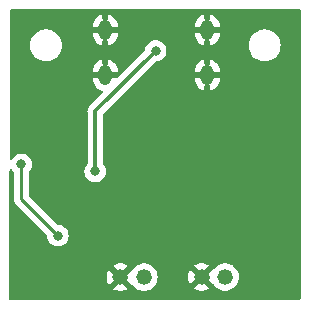
<source format=gbr>
%TF.GenerationSoftware,KiCad,Pcbnew,7.0.10-1.fc38*%
%TF.CreationDate,2024-02-18T19:40:33+00:00*%
%TF.ProjectId,usbc_power_supply_2,75736263-5f70-46f7-9765-725f73757070,rev?*%
%TF.SameCoordinates,Original*%
%TF.FileFunction,Copper,L2,Bot*%
%TF.FilePolarity,Positive*%
%FSLAX46Y46*%
G04 Gerber Fmt 4.6, Leading zero omitted, Abs format (unit mm)*
G04 Created by KiCad (PCBNEW 7.0.10-1.fc38) date 2024-02-18 19:40:33*
%MOMM*%
%LPD*%
G01*
G04 APERTURE LIST*
%TA.AperFunction,ComponentPad*%
%ADD10C,1.320800*%
%TD*%
%TA.AperFunction,ComponentPad*%
%ADD11O,1.117600X1.701800*%
%TD*%
%TA.AperFunction,ComponentPad*%
%ADD12C,0.762000*%
%TD*%
%TA.AperFunction,ViaPad*%
%ADD13C,0.800000*%
%TD*%
%TA.AperFunction,Conductor*%
%ADD14C,0.300000*%
%TD*%
%TA.AperFunction,Conductor*%
%ADD15C,0.250000*%
%TD*%
G04 APERTURE END LIST*
D10*
%TO.P,J2,1,1*%
%TO.N,/Out+*%
X118406601Y-122845100D03*
%TO.P,J2,2,2*%
%TO.N,GND*%
X116406599Y-122845100D03*
%TD*%
%TO.P,J3,2,2*%
%TO.N,GND*%
X109526599Y-122875100D03*
%TO.P,J3,1,1*%
%TO.N,+BATT*%
X111526601Y-122875100D03*
%TD*%
D11*
%TO.P,J1,10,PAD*%
%TO.N,GND*%
X108250000Y-101950000D03*
%TO.P,J1,9,PAD*%
X108250000Y-105750000D03*
%TO.P,J1,7,PAD*%
X116890004Y-105750000D03*
%TO.P,J1,8,PAD*%
X116890004Y-101950000D03*
D12*
%TO.P,J1,13*%
%TO.N,N/C*%
X116890004Y-101950000D03*
%TD*%
D13*
%TO.N,GND*%
X108550000Y-121020000D03*
X116420000Y-118590000D03*
X102720000Y-123630000D03*
X101270000Y-123800000D03*
%TO.N,VBUS*%
X107400000Y-113920000D03*
X112530000Y-103710000D03*
%TO.N,GND*%
X102280000Y-115660000D03*
X103230000Y-114210000D03*
X113190000Y-115630000D03*
X123770000Y-108800000D03*
%TO.N,Net-(U2-PG)*%
X101150000Y-113330000D03*
X104240000Y-119350000D03*
%TO.N,GND*%
X110640000Y-111660000D03*
X114430000Y-111600000D03*
X109830000Y-104110000D03*
X115310000Y-104010000D03*
%TD*%
D14*
%TO.N,VBUS*%
X112530000Y-103710000D02*
X107400000Y-108840000D01*
X107400000Y-108840000D02*
X107400000Y-113920000D01*
D15*
%TO.N,Net-(U2-PG)*%
X101150000Y-113330000D02*
X101150000Y-116260000D01*
X101150000Y-116260000D02*
X104240000Y-119350000D01*
%TD*%
%TA.AperFunction,Conductor*%
%TO.N,GND*%
G36*
X124706203Y-100189798D02*
G01*
X124773209Y-100209592D01*
X124818878Y-100262470D01*
X124830000Y-100313798D01*
X124830000Y-124646250D01*
X124810315Y-124713289D01*
X124757511Y-124759044D01*
X124706251Y-124770250D01*
X100214857Y-124819747D01*
X100147777Y-124800198D01*
X100101916Y-124747486D01*
X100090607Y-124695144D01*
X100093814Y-124036000D01*
X100099461Y-122875100D01*
X108361228Y-122875100D01*
X108381070Y-123089231D01*
X108439924Y-123296084D01*
X108535781Y-123488589D01*
X108546009Y-123502134D01*
X108546010Y-123502135D01*
X109123051Y-122925094D01*
X109135272Y-123002250D01*
X109193716Y-123116954D01*
X109284745Y-123207983D01*
X109399449Y-123266427D01*
X109476604Y-123278647D01*
X108902035Y-123853214D01*
X109007144Y-123918295D01*
X109007150Y-123918297D01*
X109207682Y-123995983D01*
X109419074Y-124035500D01*
X109634124Y-124035500D01*
X109845515Y-123995983D01*
X109845516Y-123995983D01*
X110046047Y-123918297D01*
X110046048Y-123918297D01*
X110151161Y-123853214D01*
X109576594Y-123278647D01*
X109653749Y-123266427D01*
X109768453Y-123207983D01*
X109859482Y-123116954D01*
X109917926Y-123002250D01*
X109930146Y-122925094D01*
X110518580Y-123513528D01*
X110544683Y-123519264D01*
X110583981Y-123553244D01*
X110665012Y-123660546D01*
X110665015Y-123660549D01*
X110824003Y-123805485D01*
X110824005Y-123805486D01*
X110824006Y-123805487D01*
X111006927Y-123918747D01*
X111207545Y-123996467D01*
X111419028Y-124036000D01*
X111419030Y-124036000D01*
X111634172Y-124036000D01*
X111634174Y-124036000D01*
X111845657Y-123996467D01*
X112046275Y-123918747D01*
X112229196Y-123805487D01*
X112388192Y-123660544D01*
X112517846Y-123488853D01*
X112613745Y-123296262D01*
X112672623Y-123089329D01*
X112692474Y-122875100D01*
X112689694Y-122845100D01*
X115241228Y-122845100D01*
X115261070Y-123059231D01*
X115319924Y-123266084D01*
X115415781Y-123458589D01*
X115426009Y-123472134D01*
X115426010Y-123472135D01*
X116003051Y-122895094D01*
X116015272Y-122972250D01*
X116073716Y-123086954D01*
X116164745Y-123177983D01*
X116279449Y-123236427D01*
X116356604Y-123248647D01*
X115782035Y-123823214D01*
X115887144Y-123888295D01*
X115887150Y-123888297D01*
X116087682Y-123965983D01*
X116299074Y-124005500D01*
X116514124Y-124005500D01*
X116725515Y-123965983D01*
X116725516Y-123965983D01*
X116926047Y-123888297D01*
X116926048Y-123888297D01*
X117031161Y-123823214D01*
X116456594Y-123248647D01*
X116533749Y-123236427D01*
X116648453Y-123177983D01*
X116739482Y-123086954D01*
X116797926Y-122972250D01*
X116810146Y-122895094D01*
X117398580Y-123483528D01*
X117424683Y-123489264D01*
X117463981Y-123523244D01*
X117545012Y-123630546D01*
X117545015Y-123630549D01*
X117704003Y-123775485D01*
X117704005Y-123775486D01*
X117704006Y-123775487D01*
X117886927Y-123888747D01*
X118087545Y-123966467D01*
X118299028Y-124006000D01*
X118299030Y-124006000D01*
X118514172Y-124006000D01*
X118514174Y-124006000D01*
X118725657Y-123966467D01*
X118926275Y-123888747D01*
X119109196Y-123775487D01*
X119268192Y-123630544D01*
X119397846Y-123458853D01*
X119493745Y-123266262D01*
X119552623Y-123059329D01*
X119572474Y-122845100D01*
X119552623Y-122630871D01*
X119493745Y-122423938D01*
X119397846Y-122231347D01*
X119268192Y-122059656D01*
X119268188Y-122059652D01*
X119268186Y-122059650D01*
X119109198Y-121914714D01*
X119032111Y-121866984D01*
X118926275Y-121801453D01*
X118725657Y-121723733D01*
X118514174Y-121684200D01*
X118299028Y-121684200D01*
X118087545Y-121723733D01*
X117960676Y-121772882D01*
X117886929Y-121801452D01*
X117886928Y-121801452D01*
X117704003Y-121914714D01*
X117545015Y-122059650D01*
X117545012Y-122059653D01*
X117463983Y-122166954D01*
X117407874Y-122208590D01*
X117394793Y-122210456D01*
X116810146Y-122795104D01*
X116797926Y-122717950D01*
X116739482Y-122603246D01*
X116648453Y-122512217D01*
X116533749Y-122453773D01*
X116456594Y-122441552D01*
X117031161Y-121866984D01*
X116926046Y-121801901D01*
X116725515Y-121724216D01*
X116514124Y-121684700D01*
X116299074Y-121684700D01*
X116087682Y-121724216D01*
X116087681Y-121724216D01*
X115887150Y-121801902D01*
X115887147Y-121801903D01*
X115782035Y-121866984D01*
X116356604Y-122441552D01*
X116279449Y-122453773D01*
X116164745Y-122512217D01*
X116073716Y-122603246D01*
X116015272Y-122717950D01*
X116003051Y-122795105D01*
X115426010Y-122218064D01*
X115415778Y-122231615D01*
X115319924Y-122424115D01*
X115261070Y-122630968D01*
X115241228Y-122845100D01*
X112689694Y-122845100D01*
X112672623Y-122660871D01*
X112613745Y-122453938D01*
X112606157Y-122438700D01*
X112517849Y-122261353D01*
X112517848Y-122261352D01*
X112517846Y-122261347D01*
X112388192Y-122089656D01*
X112388188Y-122089652D01*
X112388186Y-122089650D01*
X112229198Y-121944714D01*
X112103659Y-121866984D01*
X112046275Y-121831453D01*
X111845657Y-121753733D01*
X111634174Y-121714200D01*
X111419028Y-121714200D01*
X111207545Y-121753733D01*
X111084368Y-121801452D01*
X111006929Y-121831452D01*
X111006928Y-121831452D01*
X110824003Y-121944714D01*
X110665015Y-122089650D01*
X110665012Y-122089653D01*
X110583983Y-122196954D01*
X110527874Y-122238590D01*
X110514793Y-122240456D01*
X109930146Y-122825104D01*
X109917926Y-122747950D01*
X109859482Y-122633246D01*
X109768453Y-122542217D01*
X109653749Y-122483773D01*
X109576594Y-122471552D01*
X110151161Y-121896984D01*
X110046046Y-121831901D01*
X109845515Y-121754216D01*
X109634124Y-121714700D01*
X109419074Y-121714700D01*
X109207682Y-121754216D01*
X109207681Y-121754216D01*
X109007150Y-121831902D01*
X109007147Y-121831903D01*
X108902035Y-121896984D01*
X109476604Y-122471552D01*
X109399449Y-122483773D01*
X109284745Y-122542217D01*
X109193716Y-122633246D01*
X109135272Y-122747950D01*
X109123051Y-122825105D01*
X108546010Y-122248064D01*
X108535778Y-122261615D01*
X108439924Y-122454115D01*
X108381070Y-122660968D01*
X108361228Y-122875100D01*
X100099461Y-122875100D01*
X100143362Y-113849620D01*
X100163373Y-113782678D01*
X100216399Y-113737180D01*
X100285605Y-113727573D01*
X100349019Y-113756907D01*
X100374746Y-113788222D01*
X100410195Y-113849620D01*
X100417467Y-113862216D01*
X100492650Y-113945715D01*
X100522880Y-114008706D01*
X100524500Y-114028687D01*
X100524500Y-116177255D01*
X100522775Y-116192872D01*
X100523061Y-116192899D01*
X100522326Y-116200665D01*
X100524439Y-116267872D01*
X100524500Y-116271767D01*
X100524500Y-116299357D01*
X100525003Y-116303335D01*
X100525918Y-116314967D01*
X100527290Y-116358624D01*
X100527291Y-116358627D01*
X100532880Y-116377867D01*
X100536824Y-116396911D01*
X100539336Y-116416792D01*
X100555414Y-116457403D01*
X100559197Y-116468452D01*
X100571381Y-116510388D01*
X100581580Y-116527634D01*
X100590138Y-116545103D01*
X100597514Y-116563732D01*
X100623181Y-116599060D01*
X100629593Y-116608821D01*
X100651828Y-116646417D01*
X100651833Y-116646424D01*
X100665990Y-116660580D01*
X100678628Y-116675376D01*
X100690405Y-116691586D01*
X100690406Y-116691587D01*
X100724057Y-116719425D01*
X100732698Y-116727288D01*
X103301038Y-119295629D01*
X103334523Y-119356952D01*
X103336678Y-119370348D01*
X103344968Y-119449227D01*
X103354326Y-119538256D01*
X103354327Y-119538259D01*
X103412818Y-119718277D01*
X103412821Y-119718284D01*
X103507467Y-119882216D01*
X103634129Y-120022888D01*
X103787265Y-120134148D01*
X103787270Y-120134151D01*
X103960192Y-120211142D01*
X103960197Y-120211144D01*
X104145354Y-120250500D01*
X104145355Y-120250500D01*
X104334644Y-120250500D01*
X104334646Y-120250500D01*
X104519803Y-120211144D01*
X104692730Y-120134151D01*
X104845871Y-120022888D01*
X104972533Y-119882216D01*
X105067179Y-119718284D01*
X105125674Y-119538256D01*
X105145460Y-119350000D01*
X105125674Y-119161744D01*
X105067179Y-118981716D01*
X104972533Y-118817784D01*
X104845871Y-118677112D01*
X104845870Y-118677111D01*
X104692734Y-118565851D01*
X104692729Y-118565848D01*
X104519807Y-118488857D01*
X104519802Y-118488855D01*
X104374001Y-118457865D01*
X104334646Y-118449500D01*
X104334645Y-118449500D01*
X104275452Y-118449500D01*
X104208413Y-118429815D01*
X104187771Y-118413181D01*
X101811819Y-116037228D01*
X101778334Y-115975905D01*
X101775500Y-115949547D01*
X101775500Y-114028687D01*
X101795185Y-113961648D01*
X101807350Y-113945715D01*
X101825891Y-113925122D01*
X101830503Y-113920000D01*
X106494540Y-113920000D01*
X106514326Y-114108256D01*
X106514327Y-114108259D01*
X106572818Y-114288277D01*
X106572821Y-114288284D01*
X106667467Y-114452216D01*
X106794129Y-114592888D01*
X106947265Y-114704148D01*
X106947270Y-114704151D01*
X107120192Y-114781142D01*
X107120197Y-114781144D01*
X107305354Y-114820500D01*
X107305355Y-114820500D01*
X107494644Y-114820500D01*
X107494646Y-114820500D01*
X107679803Y-114781144D01*
X107852730Y-114704151D01*
X108005871Y-114592888D01*
X108132533Y-114452216D01*
X108227179Y-114288284D01*
X108285674Y-114108256D01*
X108305460Y-113920000D01*
X108285674Y-113731744D01*
X108227179Y-113551716D01*
X108132533Y-113387784D01*
X108082350Y-113332050D01*
X108052120Y-113269058D01*
X108050500Y-113249078D01*
X108050500Y-109160808D01*
X108070185Y-109093769D01*
X108086819Y-109073127D01*
X111065835Y-106094111D01*
X115831204Y-106094111D01*
X115846523Y-106249659D01*
X115907068Y-106449250D01*
X116005380Y-106633178D01*
X116005384Y-106633185D01*
X116137696Y-106794407D01*
X116298918Y-106926719D01*
X116298925Y-106926723D01*
X116482850Y-107025033D01*
X116482853Y-107025034D01*
X116640004Y-107072705D01*
X116640004Y-106712256D01*
X116659689Y-106645217D01*
X116712493Y-106599462D01*
X116781651Y-106589518D01*
X116797451Y-106592852D01*
X116813680Y-106597400D01*
X116813682Y-106597400D01*
X116927989Y-106597400D01*
X116999119Y-106587623D01*
X117068214Y-106597995D01*
X117120733Y-106644077D01*
X117140004Y-106710468D01*
X117140004Y-107072705D01*
X117297154Y-107025034D01*
X117297157Y-107025033D01*
X117481082Y-106926723D01*
X117481089Y-106926719D01*
X117642311Y-106794407D01*
X117774623Y-106633185D01*
X117774627Y-106633178D01*
X117872939Y-106449250D01*
X117933484Y-106249659D01*
X117948804Y-106094111D01*
X117948804Y-106000000D01*
X117549300Y-106000000D01*
X117482261Y-105980315D01*
X117436506Y-105927511D01*
X117427893Y-105901228D01*
X117418161Y-105854393D01*
X117395639Y-105810928D01*
X117382274Y-105742351D01*
X117388895Y-105712361D01*
X117419204Y-105627078D01*
X117435058Y-105582474D01*
X117476057Y-105525898D01*
X117541134Y-105500468D01*
X117551898Y-105500000D01*
X117948804Y-105500000D01*
X117948804Y-105405888D01*
X117933484Y-105250340D01*
X117872939Y-105050749D01*
X117774627Y-104866821D01*
X117774623Y-104866814D01*
X117642311Y-104705592D01*
X117481089Y-104573280D01*
X117481082Y-104573276D01*
X117297156Y-104474965D01*
X117140004Y-104427293D01*
X117140004Y-104787743D01*
X117120319Y-104854782D01*
X117067515Y-104900537D01*
X116998357Y-104910481D01*
X116982551Y-104907145D01*
X116966330Y-104902600D01*
X116966328Y-104902600D01*
X116852019Y-104902600D01*
X116852017Y-104902600D01*
X116780888Y-104912376D01*
X116711793Y-104902003D01*
X116659274Y-104855921D01*
X116640004Y-104789531D01*
X116640004Y-104427293D01*
X116640003Y-104427293D01*
X116482851Y-104474965D01*
X116298925Y-104573276D01*
X116298918Y-104573280D01*
X116137696Y-104705592D01*
X116005384Y-104866814D01*
X116005380Y-104866821D01*
X115907068Y-105050749D01*
X115846523Y-105250340D01*
X115831204Y-105405888D01*
X115831204Y-105500000D01*
X116230708Y-105500000D01*
X116297747Y-105519685D01*
X116343502Y-105572489D01*
X116352115Y-105598772D01*
X116361847Y-105645607D01*
X116361848Y-105645610D01*
X116384368Y-105689072D01*
X116397733Y-105757651D01*
X116391110Y-105787644D01*
X116344950Y-105917525D01*
X116303952Y-105974102D01*
X116238874Y-105999532D01*
X116228110Y-106000000D01*
X115831204Y-106000000D01*
X115831204Y-106094111D01*
X111065835Y-106094111D01*
X112513127Y-104646819D01*
X112574450Y-104613334D01*
X112600808Y-104610500D01*
X112624644Y-104610500D01*
X112624646Y-104610500D01*
X112809803Y-104571144D01*
X112982730Y-104494151D01*
X113135871Y-104382888D01*
X113262533Y-104242216D01*
X113357179Y-104078284D01*
X113415674Y-103898256D01*
X113435460Y-103710000D01*
X113415674Y-103521744D01*
X113357179Y-103341716D01*
X113262533Y-103177784D01*
X113135871Y-103037112D01*
X113135870Y-103037111D01*
X112982734Y-102925851D01*
X112982729Y-102925848D01*
X112809807Y-102848857D01*
X112809802Y-102848855D01*
X112664001Y-102817865D01*
X112624646Y-102809500D01*
X112435354Y-102809500D01*
X112402897Y-102816398D01*
X112250197Y-102848855D01*
X112250192Y-102848857D01*
X112077270Y-102925848D01*
X112077265Y-102925851D01*
X111924129Y-103037111D01*
X111797466Y-103177785D01*
X111702821Y-103341715D01*
X111702818Y-103341722D01*
X111644327Y-103521739D01*
X111644326Y-103521741D01*
X111630831Y-103650142D01*
X111604246Y-103714757D01*
X111595191Y-103724861D01*
X109356372Y-105963681D01*
X109295049Y-105997166D01*
X109268691Y-106000000D01*
X108909296Y-106000000D01*
X108842257Y-105980315D01*
X108796502Y-105927511D01*
X108787889Y-105901228D01*
X108778157Y-105854393D01*
X108755635Y-105810928D01*
X108742270Y-105742351D01*
X108748891Y-105712361D01*
X108779200Y-105627078D01*
X108795054Y-105582474D01*
X108836053Y-105525898D01*
X108901130Y-105500468D01*
X108911894Y-105500000D01*
X109308800Y-105500000D01*
X109308800Y-105405888D01*
X109293480Y-105250340D01*
X109232935Y-105050749D01*
X109134623Y-104866821D01*
X109134619Y-104866814D01*
X109002307Y-104705592D01*
X108841085Y-104573280D01*
X108841078Y-104573276D01*
X108657152Y-104474965D01*
X108500000Y-104427293D01*
X108500000Y-104787743D01*
X108480315Y-104854782D01*
X108427511Y-104900537D01*
X108358353Y-104910481D01*
X108342547Y-104907145D01*
X108326326Y-104902600D01*
X108326324Y-104902600D01*
X108212015Y-104902600D01*
X108212013Y-104902600D01*
X108140884Y-104912376D01*
X108071789Y-104902003D01*
X108019270Y-104855921D01*
X108000000Y-104789531D01*
X108000000Y-104427293D01*
X107999999Y-104427293D01*
X107842847Y-104474965D01*
X107658921Y-104573276D01*
X107658914Y-104573280D01*
X107497692Y-104705592D01*
X107365380Y-104866814D01*
X107365376Y-104866821D01*
X107267064Y-105050749D01*
X107206519Y-105250340D01*
X107191200Y-105405888D01*
X107191200Y-105500000D01*
X107590704Y-105500000D01*
X107657743Y-105519685D01*
X107703498Y-105572489D01*
X107712111Y-105598772D01*
X107721843Y-105645607D01*
X107721844Y-105645610D01*
X107744364Y-105689072D01*
X107757729Y-105757651D01*
X107751106Y-105787644D01*
X107704946Y-105917525D01*
X107663948Y-105974102D01*
X107598870Y-105999532D01*
X107588106Y-106000000D01*
X107191200Y-106000000D01*
X107191200Y-106094111D01*
X107206519Y-106249659D01*
X107267064Y-106449250D01*
X107365376Y-106633178D01*
X107365380Y-106633185D01*
X107497692Y-106794407D01*
X107658914Y-106926719D01*
X107658921Y-106926723D01*
X107842849Y-107025034D01*
X107991804Y-107070219D01*
X108050242Y-107108516D01*
X108078699Y-107172328D01*
X108068139Y-107241395D01*
X108043490Y-107276561D01*
X107000483Y-108319569D01*
X106987910Y-108329643D01*
X106988065Y-108329830D01*
X106982058Y-108334799D01*
X106934133Y-108385833D01*
X106931427Y-108388625D01*
X106911090Y-108408963D01*
X106911077Y-108408978D01*
X106908373Y-108412463D01*
X106900806Y-108421322D01*
X106869552Y-108454607D01*
X106859322Y-108473213D01*
X106848646Y-108489464D01*
X106835640Y-108506232D01*
X106835636Y-108506238D01*
X106817508Y-108548130D01*
X106812369Y-108558619D01*
X106790372Y-108598630D01*
X106790372Y-108598631D01*
X106785091Y-108619199D01*
X106778791Y-108637601D01*
X106770364Y-108657073D01*
X106763223Y-108702162D01*
X106760854Y-108713600D01*
X106749500Y-108757817D01*
X106749500Y-108779044D01*
X106747973Y-108798444D01*
X106744653Y-108819403D01*
X106748950Y-108864858D01*
X106749500Y-108876528D01*
X106749500Y-113249078D01*
X106729815Y-113316117D01*
X106717650Y-113332050D01*
X106667466Y-113387785D01*
X106572821Y-113551715D01*
X106572818Y-113551722D01*
X106515681Y-113727573D01*
X106514326Y-113731744D01*
X106494540Y-113920000D01*
X101830503Y-113920000D01*
X101882533Y-113862216D01*
X101977179Y-113698284D01*
X102035674Y-113518256D01*
X102055460Y-113330000D01*
X102035674Y-113141744D01*
X101977179Y-112961716D01*
X101882533Y-112797784D01*
X101755871Y-112657112D01*
X101755870Y-112657111D01*
X101602734Y-112545851D01*
X101602729Y-112545848D01*
X101429807Y-112468857D01*
X101429802Y-112468855D01*
X101284001Y-112437865D01*
X101244646Y-112429500D01*
X101055354Y-112429500D01*
X101022897Y-112436398D01*
X100870197Y-112468855D01*
X100870192Y-112468857D01*
X100697270Y-112545848D01*
X100697265Y-112545851D01*
X100544129Y-112657111D01*
X100417465Y-112797785D01*
X100379852Y-112862934D01*
X100329285Y-112911150D01*
X100260678Y-112924372D01*
X100195813Y-112898404D01*
X100155285Y-112841490D01*
X100148466Y-112800331D01*
X100194920Y-103250000D01*
X101894341Y-103250000D01*
X101914936Y-103485403D01*
X101914938Y-103485413D01*
X101976094Y-103713655D01*
X101976096Y-103713659D01*
X101976097Y-103713663D01*
X101981319Y-103724861D01*
X102075964Y-103927828D01*
X102075965Y-103927830D01*
X102211505Y-104121402D01*
X102378597Y-104288494D01*
X102572169Y-104424034D01*
X102572171Y-104424035D01*
X102786337Y-104523903D01*
X103014592Y-104585063D01*
X103191032Y-104600499D01*
X103191033Y-104600500D01*
X103191034Y-104600500D01*
X103308967Y-104600500D01*
X103308967Y-104600499D01*
X103485408Y-104585063D01*
X103713663Y-104523903D01*
X103927829Y-104424035D01*
X104121401Y-104288495D01*
X104288495Y-104121401D01*
X104424035Y-103927830D01*
X104523903Y-103713663D01*
X104585063Y-103485408D01*
X104605659Y-103250000D01*
X104585063Y-103014592D01*
X104536454Y-102833178D01*
X104523905Y-102786344D01*
X104523904Y-102786343D01*
X104523903Y-102786337D01*
X104424035Y-102572171D01*
X104424034Y-102572169D01*
X104288494Y-102378597D01*
X104204008Y-102294111D01*
X107191200Y-102294111D01*
X107206519Y-102449659D01*
X107267064Y-102649250D01*
X107365376Y-102833178D01*
X107365380Y-102833185D01*
X107497692Y-102994407D01*
X107658914Y-103126719D01*
X107658921Y-103126723D01*
X107842846Y-103225033D01*
X107842849Y-103225034D01*
X108000000Y-103272705D01*
X108000000Y-102912256D01*
X108019685Y-102845217D01*
X108072489Y-102799462D01*
X108141647Y-102789518D01*
X108157447Y-102792852D01*
X108173676Y-102797400D01*
X108173678Y-102797400D01*
X108287985Y-102797400D01*
X108359115Y-102787623D01*
X108428210Y-102797995D01*
X108480729Y-102844077D01*
X108500000Y-102910468D01*
X108500000Y-103272705D01*
X108657150Y-103225034D01*
X108657153Y-103225033D01*
X108841078Y-103126723D01*
X108841085Y-103126719D01*
X109002307Y-102994407D01*
X109134619Y-102833185D01*
X109134623Y-102833178D01*
X109232935Y-102649250D01*
X109293480Y-102449659D01*
X109308800Y-102294111D01*
X115831204Y-102294111D01*
X115846523Y-102449659D01*
X115907068Y-102649250D01*
X116005380Y-102833178D01*
X116005384Y-102833185D01*
X116137696Y-102994407D01*
X116298918Y-103126719D01*
X116298925Y-103126723D01*
X116482850Y-103225033D01*
X116482853Y-103225034D01*
X116640004Y-103272705D01*
X116640004Y-102912256D01*
X116659689Y-102845217D01*
X116712493Y-102799462D01*
X116781651Y-102789518D01*
X116797451Y-102792852D01*
X116813680Y-102797400D01*
X116813682Y-102797400D01*
X116927989Y-102797400D01*
X116999119Y-102787623D01*
X117068214Y-102797995D01*
X117120733Y-102844077D01*
X117140004Y-102910468D01*
X117140004Y-103272705D01*
X117214852Y-103250000D01*
X120394341Y-103250000D01*
X120414936Y-103485403D01*
X120414938Y-103485413D01*
X120476094Y-103713655D01*
X120476096Y-103713659D01*
X120476097Y-103713663D01*
X120481319Y-103724861D01*
X120575964Y-103927828D01*
X120575965Y-103927830D01*
X120711505Y-104121402D01*
X120878597Y-104288494D01*
X121072169Y-104424034D01*
X121072171Y-104424035D01*
X121286337Y-104523903D01*
X121514592Y-104585063D01*
X121691032Y-104600499D01*
X121691033Y-104600500D01*
X121691034Y-104600500D01*
X121808967Y-104600500D01*
X121808967Y-104600499D01*
X121985408Y-104585063D01*
X122213663Y-104523903D01*
X122427829Y-104424035D01*
X122621401Y-104288495D01*
X122788495Y-104121401D01*
X122924035Y-103927830D01*
X123023903Y-103713663D01*
X123085063Y-103485408D01*
X123105659Y-103250000D01*
X123085063Y-103014592D01*
X123036454Y-102833178D01*
X123023905Y-102786344D01*
X123023904Y-102786343D01*
X123023903Y-102786337D01*
X122924035Y-102572171D01*
X122924034Y-102572169D01*
X122788494Y-102378597D01*
X122621402Y-102211505D01*
X122427830Y-102075965D01*
X122427828Y-102075964D01*
X122283659Y-102008737D01*
X122213663Y-101976097D01*
X122213659Y-101976096D01*
X122213655Y-101976094D01*
X121985413Y-101914938D01*
X121985403Y-101914936D01*
X121808967Y-101899500D01*
X121808966Y-101899500D01*
X121691034Y-101899500D01*
X121691033Y-101899500D01*
X121514596Y-101914936D01*
X121514586Y-101914938D01*
X121286344Y-101976094D01*
X121286335Y-101976098D01*
X121072171Y-102075964D01*
X121072169Y-102075965D01*
X120878597Y-102211505D01*
X120711506Y-102378597D01*
X120711501Y-102378604D01*
X120575967Y-102572165D01*
X120575965Y-102572169D01*
X120476098Y-102786335D01*
X120476094Y-102786344D01*
X120414938Y-103014586D01*
X120414936Y-103014596D01*
X120394341Y-103249999D01*
X120394341Y-103250000D01*
X117214852Y-103250000D01*
X117297154Y-103225034D01*
X117297157Y-103225033D01*
X117481082Y-103126723D01*
X117481089Y-103126719D01*
X117642311Y-102994407D01*
X117774623Y-102833185D01*
X117774627Y-102833178D01*
X117872939Y-102649250D01*
X117933484Y-102449659D01*
X117948804Y-102294111D01*
X117948804Y-102200000D01*
X117549300Y-102200000D01*
X117482261Y-102180315D01*
X117436506Y-102127511D01*
X117427893Y-102101228D01*
X117418161Y-102054393D01*
X117408405Y-102035564D01*
X117394504Y-101978518D01*
X117394504Y-101917959D01*
X117401664Y-101876433D01*
X117405931Y-101864429D01*
X117414749Y-101839615D01*
X117435058Y-101782474D01*
X117476057Y-101725898D01*
X117541134Y-101700468D01*
X117551898Y-101700000D01*
X117948804Y-101700000D01*
X117948804Y-101605888D01*
X117933484Y-101450340D01*
X117872939Y-101250749D01*
X117774627Y-101066821D01*
X117774623Y-101066814D01*
X117642311Y-100905592D01*
X117481089Y-100773280D01*
X117481082Y-100773276D01*
X117297156Y-100674965D01*
X117140004Y-100627293D01*
X117140004Y-100987743D01*
X117120319Y-101054782D01*
X117067515Y-101100537D01*
X116998357Y-101110481D01*
X116982551Y-101107145D01*
X116966330Y-101102600D01*
X116966328Y-101102600D01*
X116852019Y-101102600D01*
X116852017Y-101102600D01*
X116780888Y-101112376D01*
X116711793Y-101102003D01*
X116659274Y-101055921D01*
X116640004Y-100989531D01*
X116640004Y-100627293D01*
X116640003Y-100627293D01*
X116482851Y-100674965D01*
X116298925Y-100773276D01*
X116298918Y-100773280D01*
X116137696Y-100905592D01*
X116005384Y-101066814D01*
X116005380Y-101066821D01*
X115907068Y-101250749D01*
X115846523Y-101450340D01*
X115831204Y-101605888D01*
X115831204Y-101700000D01*
X116230708Y-101700000D01*
X116297747Y-101719685D01*
X116343502Y-101772489D01*
X116352115Y-101798772D01*
X116361847Y-101845606D01*
X116361848Y-101845611D01*
X116371600Y-101864429D01*
X116385504Y-101921480D01*
X116385504Y-101982040D01*
X116378344Y-102023566D01*
X116344950Y-102117526D01*
X116303952Y-102174102D01*
X116238874Y-102199532D01*
X116228110Y-102200000D01*
X115831204Y-102200000D01*
X115831204Y-102294111D01*
X109308800Y-102294111D01*
X109308800Y-102200000D01*
X108909296Y-102200000D01*
X108842257Y-102180315D01*
X108796502Y-102127511D01*
X108787889Y-102101228D01*
X108778157Y-102054393D01*
X108755635Y-102010928D01*
X108742270Y-101942351D01*
X108748891Y-101912361D01*
X108779200Y-101827078D01*
X108795054Y-101782474D01*
X108836053Y-101725898D01*
X108901130Y-101700468D01*
X108911894Y-101700000D01*
X109308800Y-101700000D01*
X109308800Y-101605888D01*
X109293480Y-101450340D01*
X109232935Y-101250749D01*
X109134623Y-101066821D01*
X109134619Y-101066814D01*
X109002307Y-100905592D01*
X108841085Y-100773280D01*
X108841078Y-100773276D01*
X108657152Y-100674965D01*
X108500000Y-100627293D01*
X108500000Y-100987743D01*
X108480315Y-101054782D01*
X108427511Y-101100537D01*
X108358353Y-101110481D01*
X108342547Y-101107145D01*
X108326326Y-101102600D01*
X108326324Y-101102600D01*
X108212015Y-101102600D01*
X108212013Y-101102600D01*
X108140884Y-101112376D01*
X108071789Y-101102003D01*
X108019270Y-101055921D01*
X108000000Y-100989531D01*
X108000000Y-100627293D01*
X107999999Y-100627293D01*
X107842847Y-100674965D01*
X107658921Y-100773276D01*
X107658914Y-100773280D01*
X107497692Y-100905592D01*
X107365380Y-101066814D01*
X107365376Y-101066821D01*
X107267064Y-101250749D01*
X107206519Y-101450340D01*
X107191200Y-101605888D01*
X107191200Y-101700000D01*
X107590704Y-101700000D01*
X107657743Y-101719685D01*
X107703498Y-101772489D01*
X107712111Y-101798772D01*
X107721843Y-101845607D01*
X107721844Y-101845610D01*
X107744364Y-101889072D01*
X107757729Y-101957651D01*
X107751106Y-101987644D01*
X107704946Y-102117525D01*
X107663948Y-102174102D01*
X107598870Y-102199532D01*
X107588106Y-102200000D01*
X107191200Y-102200000D01*
X107191200Y-102294111D01*
X104204008Y-102294111D01*
X104121402Y-102211505D01*
X103927830Y-102075965D01*
X103927828Y-102075964D01*
X103783659Y-102008737D01*
X103713663Y-101976097D01*
X103713659Y-101976096D01*
X103713655Y-101976094D01*
X103485413Y-101914938D01*
X103485403Y-101914936D01*
X103308967Y-101899500D01*
X103308966Y-101899500D01*
X103191034Y-101899500D01*
X103191033Y-101899500D01*
X103014596Y-101914936D01*
X103014586Y-101914938D01*
X102786344Y-101976094D01*
X102786335Y-101976098D01*
X102572171Y-102075964D01*
X102572169Y-102075965D01*
X102378597Y-102211505D01*
X102211506Y-102378597D01*
X102211501Y-102378604D01*
X102075967Y-102572165D01*
X102075965Y-102572169D01*
X101976098Y-102786335D01*
X101976094Y-102786344D01*
X101914938Y-103014586D01*
X101914936Y-103014596D01*
X101894341Y-103249999D01*
X101894341Y-103250000D01*
X100194920Y-103250000D01*
X100209398Y-100273594D01*
X100229409Y-100206654D01*
X100282435Y-100161156D01*
X100333594Y-100150200D01*
X124706203Y-100189798D01*
G37*
%TD.AperFunction*%
%TD*%
M02*

</source>
